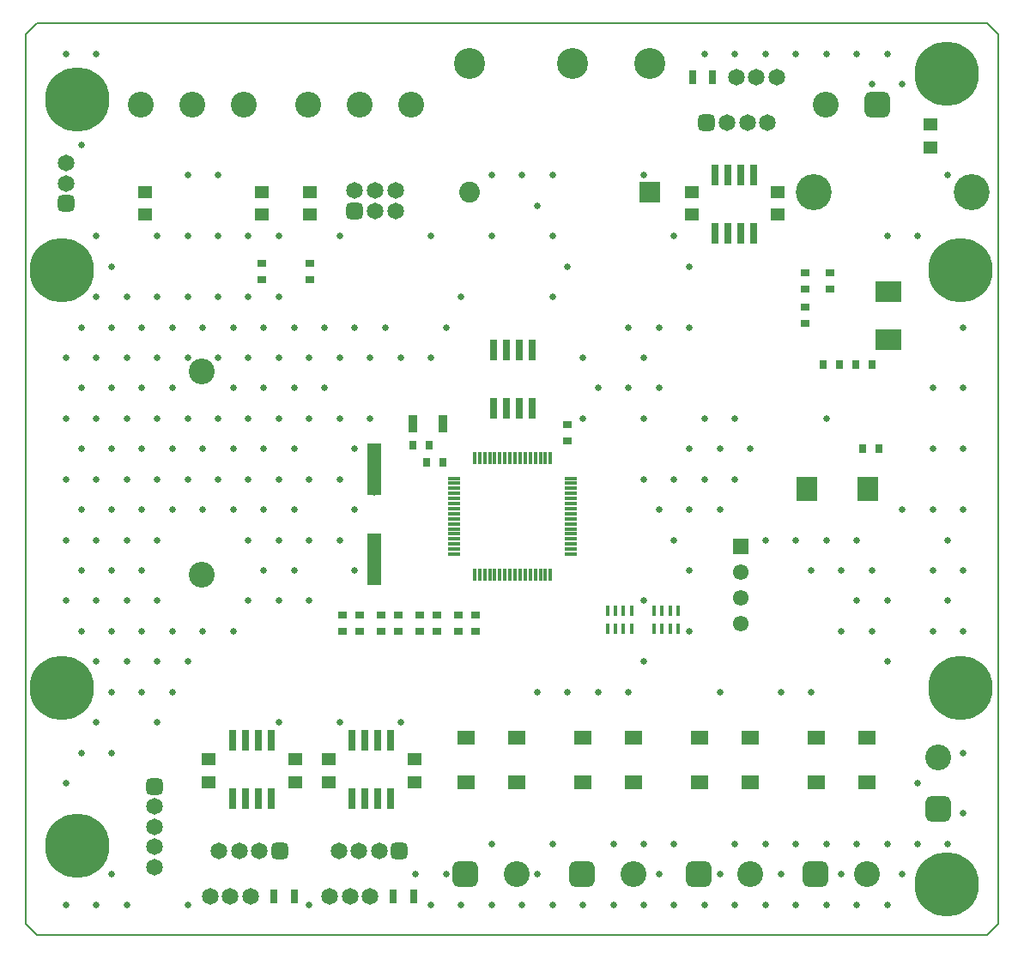
<source format=gts>
G04*
G04 #@! TF.GenerationSoftware,Altium Limited,Altium Designer,22.5.1 (42)*
G04*
G04 Layer_Color=8388736*
%FSLAX44Y44*%
%MOMM*%
G71*
G04*
G04 #@! TF.SameCoordinates,C65D4A69-D674-4943-BDF1-1C6FB35B3B05*
G04*
G04*
G04 #@! TF.FilePolarity,Negative*
G04*
G01*
G75*
%ADD10C,0.2000*%
%ADD28R,2.0500X2.4500*%
%ADD29R,0.9500X0.6500*%
%ADD30R,0.6500X0.9500*%
%ADD31R,0.9500X1.7500*%
%ADD32R,1.7500X1.4500*%
%ADD33R,0.4500X1.0500*%
%ADD34R,0.7500X1.3500*%
%ADD35R,1.3500X1.2500*%
%ADD36R,0.7500X2.0500*%
%ADD37R,1.2400X0.3400*%
%ADD38R,1.3500X5.0500*%
%ADD39R,0.3400X1.2400*%
%ADD40R,2.5500X2.0500*%
%ADD41C,2.5500*%
G04:AMPARAMS|DCode=42|XSize=2.55mm|YSize=2.55mm|CornerRadius=0.65mm|HoleSize=0mm|Usage=FLASHONLY|Rotation=0.000|XOffset=0mm|YOffset=0mm|HoleType=Round|Shape=RoundedRectangle|*
%AMROUNDEDRECTD42*
21,1,2.5500,1.2500,0,0,0.0*
21,1,1.2500,2.5500,0,0,0.0*
1,1,1.3000,0.6250,-0.6250*
1,1,1.3000,-0.6250,-0.6250*
1,1,1.3000,-0.6250,0.6250*
1,1,1.3000,0.6250,0.6250*
%
%ADD42ROUNDEDRECTD42*%
G04:AMPARAMS|DCode=43|XSize=2.55mm|YSize=2.55mm|CornerRadius=0.65mm|HoleSize=0mm|Usage=FLASHONLY|Rotation=90.000|XOffset=0mm|YOffset=0mm|HoleType=Round|Shape=RoundedRectangle|*
%AMROUNDEDRECTD43*
21,1,2.5500,1.2500,0,0,90.0*
21,1,1.2500,2.5500,0,0,90.0*
1,1,1.3000,0.6250,0.6250*
1,1,1.3000,0.6250,-0.6250*
1,1,1.3000,-0.6250,-0.6250*
1,1,1.3000,-0.6250,0.6250*
%
%ADD43ROUNDEDRECTD43*%
%ADD44R,2.0500X2.0500*%
%ADD45C,3.0500*%
%ADD46C,2.0500*%
%ADD47C,1.6500*%
G04:AMPARAMS|DCode=48|XSize=1.65mm|YSize=1.65mm|CornerRadius=0.425mm|HoleSize=0mm|Usage=FLASHONLY|Rotation=180.000|XOffset=0mm|YOffset=0mm|HoleType=Round|Shape=RoundedRectangle|*
%AMROUNDEDRECTD48*
21,1,1.6500,0.8000,0,0,180.0*
21,1,0.8000,1.6500,0,0,180.0*
1,1,0.8500,-0.4000,0.4000*
1,1,0.8500,0.4000,0.4000*
1,1,0.8500,0.4000,-0.4000*
1,1,0.8500,-0.4000,-0.4000*
%
%ADD48ROUNDEDRECTD48*%
%ADD49C,1.5500*%
%ADD50R,1.5500X1.5500*%
%ADD51C,3.5500*%
G04:AMPARAMS|DCode=52|XSize=1.65mm|YSize=1.65mm|CornerRadius=0.425mm|HoleSize=0mm|Usage=FLASHONLY|Rotation=270.000|XOffset=0mm|YOffset=0mm|HoleType=Round|Shape=RoundedRectangle|*
%AMROUNDEDRECTD52*
21,1,1.6500,0.8000,0,0,270.0*
21,1,0.8000,1.6500,0,0,270.0*
1,1,0.8500,-0.4000,-0.4000*
1,1,0.8500,-0.4000,0.4000*
1,1,0.8500,0.4000,0.4000*
1,1,0.8500,0.4000,-0.4000*
%
%ADD52ROUNDEDRECTD52*%
%ADD53C,1.3500*%
%ADD54C,6.3500*%
%ADD55C,0.6500*%
D10*
X0Y11000D02*
Y889000D01*
Y11000D02*
X11000Y0D01*
X949000D01*
X960000Y11000D01*
Y889000D01*
X949000Y900000D02*
X960000Y889000D01*
X11000Y900000D02*
X949000D01*
X0Y889000D02*
X11000Y900000D01*
D28*
X771000Y440000D02*
D03*
X831000D02*
D03*
D29*
X351000Y300000D02*
D03*
Y316000D02*
D03*
X535000Y504000D02*
D03*
Y488000D02*
D03*
X769000Y654000D02*
D03*
Y638000D02*
D03*
X769000Y604000D02*
D03*
Y620000D02*
D03*
X794000Y638000D02*
D03*
Y654000D02*
D03*
X330000Y300000D02*
D03*
Y316000D02*
D03*
X368000Y300000D02*
D03*
Y316000D02*
D03*
X405840Y300000D02*
D03*
Y316000D02*
D03*
X444000Y300000D02*
D03*
Y316000D02*
D03*
X233000Y647000D02*
D03*
Y663000D02*
D03*
X281000Y647000D02*
D03*
Y663000D02*
D03*
X313000Y316000D02*
D03*
X388840D02*
D03*
Y300000D02*
D03*
X427000Y316000D02*
D03*
Y300000D02*
D03*
X313000D02*
D03*
D30*
X398000Y484000D02*
D03*
X382000D02*
D03*
X396000Y467000D02*
D03*
X412000D02*
D03*
X803000Y563000D02*
D03*
X787000D02*
D03*
X835000D02*
D03*
X819000D02*
D03*
X842000Y480000D02*
D03*
X826000D02*
D03*
D31*
X382000Y505000D02*
D03*
X412000D02*
D03*
D32*
X600000Y195000D02*
D03*
Y151000D02*
D03*
X550000Y195000D02*
D03*
Y151000D02*
D03*
X830000Y195000D02*
D03*
Y151000D02*
D03*
X435000Y195000D02*
D03*
Y151000D02*
D03*
X485000Y195000D02*
D03*
Y151000D02*
D03*
X780000Y195000D02*
D03*
Y151000D02*
D03*
X665000D02*
D03*
Y195000D02*
D03*
X715000Y151000D02*
D03*
Y195000D02*
D03*
D33*
X620000Y320000D02*
D03*
X644000D02*
D03*
X628000D02*
D03*
X636000D02*
D03*
X620000Y302000D02*
D03*
X644000D02*
D03*
X628000D02*
D03*
X636000D02*
D03*
X574000Y320000D02*
D03*
X598000D02*
D03*
X582000D02*
D03*
X590000D02*
D03*
X574000Y302000D02*
D03*
X598000D02*
D03*
X582000D02*
D03*
X590000D02*
D03*
D34*
X383000Y38000D02*
D03*
X363000D02*
D03*
X658000Y847000D02*
D03*
X678000D02*
D03*
X265000Y38000D02*
D03*
X245000D02*
D03*
D35*
X299000Y174000D02*
D03*
Y151250D02*
D03*
X384000D02*
D03*
Y174000D02*
D03*
X657000Y711000D02*
D03*
Y733750D02*
D03*
X742000D02*
D03*
Y711000D02*
D03*
X266000Y174000D02*
D03*
Y151250D02*
D03*
X181000D02*
D03*
Y174000D02*
D03*
X893000Y777250D02*
D03*
Y800000D02*
D03*
X117976Y711000D02*
D03*
Y733750D02*
D03*
X233000Y733750D02*
D03*
Y711000D02*
D03*
X281001Y733750D02*
D03*
Y711000D02*
D03*
D36*
X360400Y135000D02*
D03*
X347700D02*
D03*
X335000D02*
D03*
X322300D02*
D03*
X360400Y192150D02*
D03*
X347700D02*
D03*
X335000D02*
D03*
X322300D02*
D03*
X680600Y750000D02*
D03*
X693300D02*
D03*
X706000D02*
D03*
X718700D02*
D03*
X680600Y692850D02*
D03*
X693300D02*
D03*
X706000D02*
D03*
X718700D02*
D03*
X242400Y135000D02*
D03*
X229700D02*
D03*
X217000D02*
D03*
X204300D02*
D03*
X242400Y192150D02*
D03*
X229700D02*
D03*
X217000D02*
D03*
X204300D02*
D03*
X499900Y520230D02*
D03*
X487200D02*
D03*
X474500D02*
D03*
X461800D02*
D03*
X499900Y577380D02*
D03*
X487200D02*
D03*
X474500D02*
D03*
X461800D02*
D03*
D37*
X423000Y386000D02*
D03*
Y381000D02*
D03*
Y441000D02*
D03*
Y436000D02*
D03*
Y376000D02*
D03*
Y431000D02*
D03*
Y426000D02*
D03*
X538000Y381000D02*
D03*
Y386000D02*
D03*
Y391000D02*
D03*
Y396000D02*
D03*
Y401000D02*
D03*
Y406000D02*
D03*
Y411000D02*
D03*
Y416000D02*
D03*
Y376000D02*
D03*
Y426000D02*
D03*
Y421000D02*
D03*
Y431000D02*
D03*
Y436000D02*
D03*
Y441000D02*
D03*
Y451000D02*
D03*
Y446000D02*
D03*
X423000Y451000D02*
D03*
Y411000D02*
D03*
Y416000D02*
D03*
Y446000D02*
D03*
Y421000D02*
D03*
Y406000D02*
D03*
Y391000D02*
D03*
Y401000D02*
D03*
Y396000D02*
D03*
D38*
X344000Y459900D02*
D03*
Y371000D02*
D03*
D39*
X443000Y356000D02*
D03*
X508000Y471000D02*
D03*
X503000D02*
D03*
X493000D02*
D03*
X488000D02*
D03*
X513000D02*
D03*
X488000Y356000D02*
D03*
X493000D02*
D03*
X483000D02*
D03*
X473000D02*
D03*
X448000D02*
D03*
X453000D02*
D03*
X458000D02*
D03*
X463000D02*
D03*
X468000D02*
D03*
X478000D02*
D03*
X513000D02*
D03*
X503000D02*
D03*
X508000D02*
D03*
X518000D02*
D03*
X483000Y471000D02*
D03*
X478000D02*
D03*
X473000D02*
D03*
X468000D02*
D03*
X463000D02*
D03*
X443000D02*
D03*
X453000D02*
D03*
X448000D02*
D03*
X458000D02*
D03*
X518000D02*
D03*
X498000Y356000D02*
D03*
Y471000D02*
D03*
D40*
X851000Y587375D02*
D03*
Y635000D02*
D03*
D41*
X830000Y60000D02*
D03*
X715000D02*
D03*
X600000D02*
D03*
X485000D02*
D03*
X900000Y175000D02*
D03*
X789200Y820000D02*
D03*
X330000D02*
D03*
X279200D02*
D03*
X380800D02*
D03*
X114200D02*
D03*
X215800D02*
D03*
X165000D02*
D03*
X174000Y556000D02*
D03*
Y356000D02*
D03*
D42*
X779200Y60000D02*
D03*
X664200D02*
D03*
X549200D02*
D03*
X434200D02*
D03*
X840000Y820000D02*
D03*
D43*
X900000Y124200D02*
D03*
D44*
X616200Y733000D02*
D03*
D45*
Y860000D02*
D03*
X540000D02*
D03*
X438400D02*
D03*
D46*
Y733000D02*
D03*
D47*
X309000Y83001D02*
D03*
X329000D02*
D03*
X349000D02*
D03*
X340000Y38000D02*
D03*
X300000D02*
D03*
X320000D02*
D03*
X127000Y67000D02*
D03*
Y127000D02*
D03*
Y107000D02*
D03*
Y87000D02*
D03*
X721000Y847000D02*
D03*
X741000D02*
D03*
X701000D02*
D03*
X202000Y38000D02*
D03*
X182000D02*
D03*
X222000D02*
D03*
X732000Y801999D02*
D03*
X712000D02*
D03*
X692000D02*
D03*
X191000Y83001D02*
D03*
X211000D02*
D03*
X231000D02*
D03*
X40000Y742000D02*
D03*
Y762000D02*
D03*
X325000Y735000D02*
D03*
X365000D02*
D03*
Y715000D02*
D03*
X345000Y735000D02*
D03*
Y715000D02*
D03*
D48*
X369000Y83001D02*
D03*
X672000Y801999D02*
D03*
X251000Y83001D02*
D03*
X325000Y715000D02*
D03*
D49*
X705760Y333150D02*
D03*
Y307750D02*
D03*
Y358550D02*
D03*
D50*
Y383950D02*
D03*
D51*
X933575Y733000D02*
D03*
X778000D02*
D03*
D52*
X127000Y147000D02*
D03*
X40000Y722000D02*
D03*
D53*
X344000Y440800D02*
D03*
Y390000D02*
D03*
D54*
X922317Y656000D02*
D03*
Y244000D02*
D03*
X36317D02*
D03*
Y656000D02*
D03*
X51300Y88100D02*
D03*
X908600Y850100D02*
D03*
X51300Y824700D02*
D03*
X908600Y50000D02*
D03*
D55*
X910000Y750000D02*
D03*
X924999Y600000D02*
D03*
Y540000D02*
D03*
Y480000D02*
D03*
Y420000D02*
D03*
X910000Y390000D02*
D03*
X924999Y360000D02*
D03*
X910000Y330000D02*
D03*
X924999Y300000D02*
D03*
Y180000D02*
D03*
Y120000D02*
D03*
X910000Y90000D02*
D03*
X880000Y690000D02*
D03*
X895000Y540000D02*
D03*
Y480000D02*
D03*
Y420000D02*
D03*
Y360000D02*
D03*
Y300000D02*
D03*
X880000Y150000D02*
D03*
Y90000D02*
D03*
X850000Y870000D02*
D03*
X865000Y840000D02*
D03*
X850000Y690000D02*
D03*
X865000Y420000D02*
D03*
X850000Y330000D02*
D03*
Y270000D02*
D03*
Y90000D02*
D03*
X865000Y60000D02*
D03*
X850000Y30000D02*
D03*
X820000Y870000D02*
D03*
X835000Y840000D02*
D03*
X820000Y390000D02*
D03*
X835000Y360000D02*
D03*
X820000Y330000D02*
D03*
X835000Y300000D02*
D03*
X820000Y90000D02*
D03*
Y30000D02*
D03*
X790000Y870000D02*
D03*
Y510000D02*
D03*
Y390000D02*
D03*
X805000Y360000D02*
D03*
Y300000D02*
D03*
X790000Y90000D02*
D03*
X805000Y60000D02*
D03*
X790000Y30000D02*
D03*
X760000Y870000D02*
D03*
Y390000D02*
D03*
X775000Y360000D02*
D03*
Y240000D02*
D03*
X760000Y90000D02*
D03*
Y30000D02*
D03*
X730000Y870000D02*
D03*
Y390000D02*
D03*
X745000Y240000D02*
D03*
X730000Y90000D02*
D03*
X745000Y60000D02*
D03*
X730000Y30000D02*
D03*
X700000Y870000D02*
D03*
Y510000D02*
D03*
X715000Y480000D02*
D03*
X700000Y450000D02*
D03*
Y90000D02*
D03*
Y30000D02*
D03*
X670000Y870000D02*
D03*
Y510000D02*
D03*
X685000Y480000D02*
D03*
X670000Y450000D02*
D03*
X685000Y420000D02*
D03*
Y240000D02*
D03*
Y60000D02*
D03*
X670000Y30000D02*
D03*
X640000Y690000D02*
D03*
X655000Y660000D02*
D03*
Y600000D02*
D03*
Y480000D02*
D03*
X640000Y450000D02*
D03*
X655000Y420000D02*
D03*
X640000Y390000D02*
D03*
X655000Y360000D02*
D03*
Y300000D02*
D03*
X640000Y90000D02*
D03*
Y30000D02*
D03*
X610000Y750000D02*
D03*
X625000Y600000D02*
D03*
X610000Y570000D02*
D03*
X625000Y540000D02*
D03*
X610000Y510000D02*
D03*
Y450000D02*
D03*
X625000Y420000D02*
D03*
X610000Y330000D02*
D03*
Y270000D02*
D03*
Y90000D02*
D03*
X625000Y60000D02*
D03*
X610000Y30000D02*
D03*
X595000Y600000D02*
D03*
Y540000D02*
D03*
Y240000D02*
D03*
X580000Y90000D02*
D03*
Y30000D02*
D03*
X550000Y570000D02*
D03*
X565000Y540000D02*
D03*
X550000Y510000D02*
D03*
X565000Y240000D02*
D03*
X550000Y30000D02*
D03*
X520000Y750000D02*
D03*
Y690000D02*
D03*
X535000Y660000D02*
D03*
X520000Y630000D02*
D03*
X535000Y240000D02*
D03*
X520000Y90000D02*
D03*
Y30000D02*
D03*
X490000Y750000D02*
D03*
X505000Y720000D02*
D03*
Y240000D02*
D03*
Y60000D02*
D03*
X490000Y30000D02*
D03*
X460000Y750000D02*
D03*
Y690000D02*
D03*
Y90000D02*
D03*
Y30000D02*
D03*
X430000Y630000D02*
D03*
Y30000D02*
D03*
X400000Y690000D02*
D03*
X415000Y600000D02*
D03*
X400000Y570000D02*
D03*
X415000Y60000D02*
D03*
X400000Y30000D02*
D03*
X370000Y570000D02*
D03*
Y210000D02*
D03*
X385000Y60000D02*
D03*
X355000Y600000D02*
D03*
X340000Y570000D02*
D03*
Y510000D02*
D03*
X310000Y690000D02*
D03*
X325000Y600000D02*
D03*
X310000Y570000D02*
D03*
Y510000D02*
D03*
X325000Y480000D02*
D03*
X310000Y450000D02*
D03*
X325000Y420000D02*
D03*
X310000Y390000D02*
D03*
X325000Y360000D02*
D03*
X310000Y210000D02*
D03*
X295000Y600000D02*
D03*
X280000Y570000D02*
D03*
X295000Y540000D02*
D03*
X280000Y510000D02*
D03*
Y450000D02*
D03*
Y390000D02*
D03*
Y330000D02*
D03*
Y30000D02*
D03*
X250000Y690000D02*
D03*
Y630000D02*
D03*
X265000Y600000D02*
D03*
X250000Y570000D02*
D03*
X265000Y540000D02*
D03*
X250000Y510000D02*
D03*
X265000Y480000D02*
D03*
X250000Y450000D02*
D03*
X265000Y420000D02*
D03*
X250000Y390000D02*
D03*
X265000Y360000D02*
D03*
X250000Y330000D02*
D03*
Y210000D02*
D03*
X220000Y690000D02*
D03*
Y630000D02*
D03*
X235000Y600000D02*
D03*
X220000Y570000D02*
D03*
X235000Y540000D02*
D03*
X220000Y510000D02*
D03*
X235000Y480000D02*
D03*
X220000Y450000D02*
D03*
X235000Y420000D02*
D03*
X220000Y390000D02*
D03*
X235000Y360000D02*
D03*
X220000Y330000D02*
D03*
X190000Y750000D02*
D03*
Y690000D02*
D03*
Y630000D02*
D03*
X205000Y600000D02*
D03*
X190000Y570000D02*
D03*
X205000Y540000D02*
D03*
X190000Y510000D02*
D03*
X205000Y480000D02*
D03*
X190000Y450000D02*
D03*
X205000Y420000D02*
D03*
Y300000D02*
D03*
X160000Y750000D02*
D03*
Y690000D02*
D03*
Y630000D02*
D03*
X175000Y600000D02*
D03*
X160000Y570000D02*
D03*
Y510000D02*
D03*
X175000Y480000D02*
D03*
X160000Y450000D02*
D03*
X175000Y420000D02*
D03*
Y300000D02*
D03*
X160000Y270000D02*
D03*
Y30000D02*
D03*
X130000Y690000D02*
D03*
Y630000D02*
D03*
X145000Y600000D02*
D03*
X130000Y570000D02*
D03*
X145000Y540000D02*
D03*
X130000Y510000D02*
D03*
X145000Y480000D02*
D03*
X130000Y450000D02*
D03*
X145000Y420000D02*
D03*
X130000Y390000D02*
D03*
Y330000D02*
D03*
X145000Y300000D02*
D03*
X130000Y270000D02*
D03*
X145000Y240000D02*
D03*
X130000Y210000D02*
D03*
X100000Y630000D02*
D03*
X115000Y600000D02*
D03*
X100000Y570000D02*
D03*
X115000Y540000D02*
D03*
X100000Y510000D02*
D03*
X115000Y480000D02*
D03*
X100000Y450000D02*
D03*
X115000Y420000D02*
D03*
X100000Y390000D02*
D03*
X115000Y360000D02*
D03*
X100000Y330000D02*
D03*
X115000Y300000D02*
D03*
X100000Y270000D02*
D03*
X115000Y240000D02*
D03*
X100000Y30000D02*
D03*
X70000Y870000D02*
D03*
Y690000D02*
D03*
X85000Y660000D02*
D03*
X70000Y630000D02*
D03*
X85000Y600000D02*
D03*
X70000Y570000D02*
D03*
X85000Y540000D02*
D03*
X70000Y510000D02*
D03*
X85000Y480000D02*
D03*
X70000Y450000D02*
D03*
X85000Y420000D02*
D03*
X70000Y390000D02*
D03*
X85000Y360000D02*
D03*
X70000Y330000D02*
D03*
X85000Y300000D02*
D03*
X70000Y270000D02*
D03*
X85000Y240000D02*
D03*
X70000Y210000D02*
D03*
X85000Y180000D02*
D03*
Y60000D02*
D03*
X70000Y30000D02*
D03*
X40000Y870000D02*
D03*
X55000Y780000D02*
D03*
Y600000D02*
D03*
X40000Y570000D02*
D03*
X55000Y540000D02*
D03*
X40000Y510000D02*
D03*
X55000Y480000D02*
D03*
X40000Y450000D02*
D03*
X55000Y420000D02*
D03*
X40000Y390000D02*
D03*
X55000Y360000D02*
D03*
X40000Y330000D02*
D03*
X55000Y300000D02*
D03*
Y180000D02*
D03*
X40000Y150000D02*
D03*
Y30000D02*
D03*
M02*

</source>
